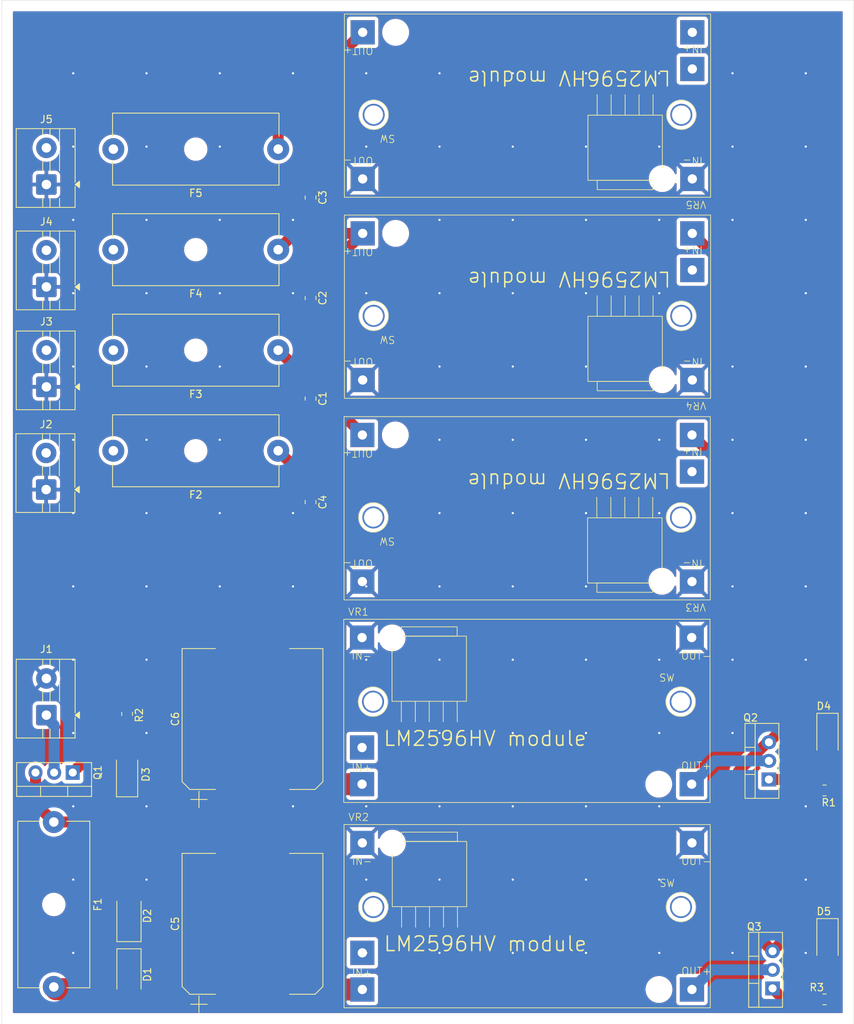
<source format=kicad_pcb>
(kicad_pcb (version 20241229) (generator "pcbnew") (generator_version "9.0")
  (layers (0 "F.Cu" signal) (2 "B.Cu" signal) (13 "F.Paste" user) (15 "B.Paste" user) (5 "F.SilkS" user "F.Silkscreen") (7 "B.SilkS" user "B.Silkscreen") (1 "F.Mask" user) (3 "B.Mask" user) (25 "Edge.Cuts" user))
  (net 0 "")
  (net 1 "+15V")
  (net 2 "GND")
  (net 3 "+12V")
  (net 4 "+5V")
  (net 5 "+24V")
  (net 6 "+BATT")
  (net 7 "Net-(D1-A1)")
  (net 8 "Net-(D3-K)")
  (net 9 "Net-(D3-A)")
  (net 10 "Net-(D4-A)")
  (net 11 "Net-(D5-A)")
  (net 12 "Net-(J2-Pin_2)")
  (net 13 "Net-(J3-Pin_2)")
  (net 14 "Net-(J4-Pin_2)")
  (net 15 "Net-(J5-Pin_2)")
  (net 16 "Net-(J1-Pin_1)")
  (net 17 "Net-(Q2-D)")
  (net 18 "Net-(Q3-D)")
  (footprint "Resistor_SMD:R_0805_2012Metric" (layer "F.Cu") (at 65.88 128.866 90)
    (property "Reference" "R2" (at -0.175 1.65 90) (layer "F.SilkS"))
    (property "Value" "100k")
    (pad "1" smd roundrect (at -0.9125 0 90) (size 1.025 1.4) (layers "F.Cu" "F.Mask" "F.Paste") (roundrect_rratio 0.243902) (net 9 "Net-(D3-A)"))
    (pad "2" smd roundrect (at 0.9125 0 90) (size 1.025 1.4) (layers "F.Cu" "F.Mask" "F.Paste") (roundrect_rratio 0.243902) (net 2 "GND"))
  )
  (footprint "Package_TO_SOT_THT:TO-220-3_Vertical" (layer "F.Cu") (at 153.5 137.812 90)
    (property "Reference" "Q2" (at 8.42 -2.5 180) (layer "F.SilkS"))
    (property "Value" "IRF4905")
    (pad "1" thru_hole rect (at 0 0 90) (size 1.905 2) (drill 1.1) (layers "*.Cu" "*.Mask") (net 10 "Net-(D4-A)"))
    (pad "2" thru_hole oval (at 2.54 0 90) (size 1.905 2) (drill 1.1) (layers "*.Cu" "*.Mask") (net 17 "Net-(Q2-D)"))
    (pad "3" thru_hole oval (at 5.08 0 90) (size 1.905 2) (drill 1.1) (layers "*.Cu" "*.Mask") (net 5 "+24V"))
  )
  (footprint "TerminalBlock:TerminalBlock_MaiXu_MX126-5.0-02P_1x02_P5.00mm" (layer "F.Cu") (at 54.864 84.248 90)
    (property "Reference" "J3" (at 8.89 0 180) (layer "F.SilkS"))
    (property "Value" "Jetson Out")
    (pad "1" thru_hole roundrect (at 0 0 90) (size 2.8 2.8) (drill 1.3) (layers "*.Cu" "*.Mask") (roundrect_rratio 0.089286) (net 2 "GND"))
    (pad "2" thru_hole circle (at 5 0 90) (size 2.8 2.8) (drill 1.3) (layers "*.Cu" "*.Mask") (net 13 "Net-(J3-Pin_2)"))
  )
  (footprint "Fuse:Fuseholder_Cylinder-5x20mm_Schurter_0031_8201_Horizontal_Open" (layer "F.Cu") (at 86.508 51.816 180)
    (property "Reference" "F5" (at 11.25 -6 0) (layer "F.SilkS"))
    (property "Value" "1A")
    (pad "" np_thru_hole circle (at 11.25 0 180) (size 2.7 2.7) (drill 2.7) (layers "*.Cu" "*.Mask"))
    (pad "1" thru_hole circle (at 0 0 180) (size 3 3) (drill 1.3) (layers "*.Cu" "*.Mask") (net 4 "+5V"))
    (pad "2" thru_hole circle (at 22.5 0 180) (size 3 3) (drill 1.3) (layers "*.Cu" "*.Mask") (net 15 "Net-(J5-Pin_2)"))
  )
  (footprint "TerminalBlock:TerminalBlock_MaiXu_MX126-5.0-02P_1x02_P5.00mm" (layer "F.Cu") (at 54.864 56.642 90)
    (property "Reference" "J5" (at 8.89 0 180) (layer "F.SilkS"))
    (property "Value" "RP2040 Out")
    (pad "1" thru_hole roundrect (at 0 0 90) (size 2.8 2.8) (drill 1.3) (layers "*.Cu" "*.Mask") (roundrect_rratio 0.089286) (net 2 "GND"))
    (pad "2" thru_hole circle (at 5 0 90) (size 2.8 2.8) (drill 1.3) (layers "*.Cu" "*.Mask") (net 15 "Net-(J5-Pin_2)"))
  )
  (footprint "Diode_SMD:Vishay_SMPA" (layer "F.Cu") (at 161.5 159.812 -90)
    (property "Reference" "D5" (at -4 0.5 180) (layer "F.SilkS"))
    (property "Value" "KDZV10B")
    (pad "1" smd roundrect (at -1.21 0 270) (size 3.1 2.2) (layers "F.Cu" "F.Mask" "F.Paste") (roundrect_rratio 0.1136363636) (net 5 "+24V"))
    (pad "2" smd roundrect (at 2.01 0 270) (size 1.5 1.52) (layers "F.Cu" "F.Mask" "F.Paste") (roundrect_rratio 0.1666666667) (net 11 "Net-(D5-A)"))
  )
  (footprint "TerminalBlock:TerminalBlock_MaiXu_MX126-5.0-02P_1x02_P5.00mm" (layer "F.Cu") (at 54.864 70.612 90)
    (property "Reference" "J4" (at 8.89 0 180) (layer "F.SilkS"))
    (property "Value" "Pump Out")
    (pad "1" thru_hole roundrect (at 0 0 90) (size 2.8 2.8) (drill 1.3) (layers "*.Cu" "*.Mask") (roundrect_rratio 0.089286) (net 2 "GND"))
    (pad "2" thru_hole circle (at 5 0 90) (size 2.8 2.8) (drill 1.3) (layers "*.Cu" "*.Mask") (net 14 "Net-(J4-Pin_2)"))
  )
  (footprint "Resistor_SMD:R_0805_2012Metric" (layer "F.Cu") (at 90.932 72.136 -90)
    (property "Reference" "C2" (at 0 -1.65 90) (layer "F.SilkS"))
    (property "Value" "100nF")
    (pad "1" smd roundrect (at -0.9125 0 270) (size 1.025 1.4) (layers "F.Cu" "F.Mask" "F.Paste") (roundrect_rratio 0.243902) (net 3 "+12V"))
    (pad "2" smd roundrect (at 0.9125 0 270) (size 1.025 1.4) (layers "F.Cu" "F.Mask" "F.Paste") (roundrect_rratio 0.243902) (net 2 "GND"))
  )
  (footprint "Resistor_SMD:R_0805_2012Metric" (layer "F.Cu") (at 90.932 85.852 -90)
    (property "Reference" "C1" (at 0 -1.65 90) (layer "F.SilkS"))
    (property "Value" "100nF")
    (pad "1" smd roundrect (at -0.9125 0 270) (size 1.025 1.4) (layers "F.Cu" "F.Mask" "F.Paste") (roundrect_rratio 0.243902) (net 1 "+15V"))
    (pad "2" smd roundrect (at 0.9125 0 270) (size 1.025 1.4) (layers "F.Cu" "F.Mask" "F.Paste") (roundrect_rratio 0.243902) (net 2 "GND"))
  )
  (footprint "Diode_SMD:Vishay_SMPA" (layer "F.Cu") (at 65.88 137.156 90)
    (property "Reference" "D3" (at 0.011 2.562 90) (layer "F.SilkS"))
    (property "Value" "KDZV36B")
    (pad "1" smd roundrect (at -1.21 0 90) (size 3.1 2.2) (layers "F.Cu" "F.Mask" "F.Paste") (roundrect_rratio 0.1136363636) (net 8 "Net-(D3-K)"))
    (pad "2" smd roundrect (at 2.01 0 90) (size 1.5 1.52) (layers "F.Cu" "F.Mask" "F.Paste") (roundrect_rratio 0.1666666667) (net 9 "Net-(D3-A)"))
  )
  (footprint "Capacitor_SMD:CP_Elec_18x17.5" (layer "F.Cu") (at 83 157.502 90)
    (property "Reference" "C5" (at 0 -10.55 90) (layer "F.SilkS"))
    (property "Value" "470u")
    (pad "1" smd roundrect (at -6.75 0 90) (size 8.8 9.6) (layers "F.Cu" "F.Mask" "F.Paste") (roundrect_rratio 0.028409) (net 6 "+BATT"))
    (pad "2" smd roundrect (at 6.75 0 90) (size 8.8 9.6) (layers "F.Cu" "F.Mask" "F.Paste") (roundrect_rratio 0.028409) (net 2 "GND"))
  )
  (footprint "Diode_SMD:D_SMA" (layer "F.Cu") (at 66.14 156.421 90)
    (property "Reference" "D2" (at 0 2.5 90) (layer "F.SilkS"))
    (property "Value" "SMAJ58A")
    (pad "1" smd roundrect (at -2 0 90) (size 2.5 1.8) (layers "F.Cu" "F.Mask" "F.Paste") (roundrect_rratio 0.1388888889) (net 7 "Net-(D1-A1)"))
    (pad "2" smd roundrect (at 2 0 90) (size 2.5 1.8) (layers "F.Cu" "F.Mask" "F.Paste") (roundrect_rratio 0.1388888889) (net 2 "GND"))
  )
  (footprint "Fuse:Fuseholder_Cylinder-5x20mm_Schurter_0031_8201_Horizontal_Open" (layer "F.Cu") (at 55.88 143.616 -90)
    (property "Reference" "F1" (at 11.25 -6 90) (layer "F.SilkS"))
    (property "Value" "8A")
    (pad "" np_thru_hole circle (at 11.25 0 270) (size 2.7 2.7) (drill 2.7) (layers "*.Cu" "*.Mask"))
    (pad "1" thru_hole circle (at 0 0 270) (size 3 3) (drill 1.3) (layers "*.Cu" "*.Mask") (net 8 "Net-(D3-K)"))
    (pad "2" thru_hole circle (at 22.5 0 270) (size 3 3) (drill 1.3) (layers "*.Cu" "*.Mask") (net 6 "+BATT"))
  )
  (footprint "Resistor_SMD:R_0805_2012Metric" (layer "F.Cu") (at 90.932 99.9725 -90)
    (property "Reference" "C4" (at 0 -1.65 90) (layer "F.SilkS"))
    (property "Value" "100nF")
    (pad "1" smd roundrect (at -0.9125 0 270) (size 1.025 1.4) (layers "F.Cu" "F.Mask" "F.Paste") (roundrect_rratio 0.243902) (net 5 "+24V"))
    (pad "2" smd roundrect (at 0.9125 0 270) (size 1.025 1.4) (layers "F.Cu" "F.Mask" "F.Paste") (roundrect_rratio 0.243902) (net 2 "GND"))
  )
  (footprint "Fuse:Fuseholder_Cylinder-5x20mm_Schurter_0031_8201_Horizontal_Open" (layer "F.Cu") (at 86.508 92.964 180)
    (property "Reference" "F2" (at 11.25 -6 0) (layer "F.SilkS"))
    (property "Value" "6A")
    (pad "" np_thru_hole circle (at 11.25 0 180) (size 2.7 2.7) (drill 2.7) (layers "*.Cu" "*.Mask"))
    (pad "1" thru_hole circle (at 0 0 180) (size 3 3) (drill 1.3) (layers "*.Cu" "*.Mask") (net 5 "+24V"))
    (pad "2" thru_hole circle (at 22.5 0 180) (size 3 3) (drill 1.3) (layers "*.Cu" "*.Mask") (net 12 "Net-(J2-Pin_2)"))
  )
  (footprint "Resistor_SMD:R_0805_2012Metric" (layer "F.Cu") (at 161.0875 167.812)
    (property "Reference" "R3" (at -1.0515 -1.632 180) (layer "F.SilkS"))
    (property "Value" "100k")
    (pad "1" smd roundrect (at -0.9125 0) (size 1.025 1.4) (layers "F.Cu" "F.Mask" "F.Paste") (roundrect_rratio 0.243902) (net 11 "Net-(D5-A)"))
    (pad "2" smd roundrect (at 0.9125 0) (size 1.025 1.4) (layers "F.Cu" "F.Mask" "F.Paste") (roundrect_rratio 0.243902) (net 2 "GND"))
  )
  (footprint "TerminalBlock:TerminalBlock_MaiXu_MX126-5.0-02P_1x02_P5.00mm" (layer "F.Cu") (at 54.864 129.032 90)
    (property "Reference" "J1" (at 9 0 0) (layer "F.SilkS"))
    (property "Value" "Input")
    (pad "1" thru_hole roundrect (at 0 0 90) (size 2.8 2.8) (drill 1.3) (layers "*.Cu" "*.Mask") (roundrect_rratio 0.089286) (net 16 "Net-(J1-Pin_1)"))
    (pad "2" thru_hole circle (at 5 0 90) (size 2.8 2.8) (drill 1.3) (layers "*.Cu" "*.Mask") (net 2 "GND"))
  )
  (footprint "Resistor_SMD:R_0805_2012Metric" (layer "F.Cu") (at 90.932 58.42 -90)
    (property "Reference" "C3" (at 0 -1.65 90) (layer "F.SilkS"))
    (property "Value" "100nF")
    (pad "1" smd roundrect (at -0.9125 0 270) (size 1.025 1.4) (layers "F.Cu" "F.Mask" "F.Paste") (roundrect_rratio 0.243902) (net 4 "+5V"))
    (pad "2" smd roundrect (at 0.9125 0 270) (size 1.025 1.4) (layers "F.Cu" "F.Mask" "F.Paste") (roundrect_rratio 0.243902) (net 2 "GND"))
  )
  (footprint "Package_TO_SOT_THT:TO-220-3_Vertical" (layer "F.Cu") (at 154 166.312 90)
    (property "Reference" "Q3" (at 8.42 -2.5 180) (layer "F.SilkS"))
    (property "Value" "IRF4905")
    (pad "1" thru_hole rect (at 0 0 90) (size 1.905 2) (drill 1.1) (layers "*.Cu" "*.Mask") (net 11 "Net-(D5-A)"))
    (pad "2" thru_hole oval (at 2.54 0 90) (size 1.905 2) (drill 1.1) (layers "*.Cu" "*.Mask") (net 18 "Net-(Q3-D)"))
    (pad "3" thru_hole oval (at 5.08 0 90) (size 1.905 2) (drill 1.1) (layers "*.Cu" "*.Mask") (net 5 "+24V"))
  )
  (footprint "SMAKN:Module_SMAKN_LM2596HV" (layer "F.Cu") (at 119.544 73.312 180)
    (property "Reference" "VR4" (at -24 -13.5 180) (layer "F.SilkS") (effects (font (thickness 0.1))))
    (property "Value" "12V")
    (fp_text user "IN-" (at -25 -7.5 180) (layer "F.SilkS") (effects (font (thickness 0.1)) (justify left)))
    (fp_text user "LM2596HV module" (at -6.71 3.775 180) (layer "F.SilkS") (effects (font (size 2 2) (thickness 0.2))))
    (fp_text user "IN+" (at -25 7.75 180) (layer "F.SilkS") (effects (font (thickness 0.1)) (justify left)))
    (fp_text user "OUT+" (at 20 7.5 180) (layer "F.SilkS") (effects (font (thickness 0.1)) (justify left)))
    (fp_text user "OUT-" (at 20 -7.5 180) (layer "F.SilkS") (effects (font (thickness 0.1)) (justify left)))
    (fp_text user "SW" (at 17 -4.5 180) (layer "F.SilkS") (effects (font (thickness 0.1)) (justify left)))
    (pad "" np_thru_hole circle (at -22 -1.25 180) (size 3 3) (drill 2.54) (layers "*.Cu" "*.Mask"))
    (pad "" np_thru_hole circle (at -19.396 -9.96 180) (size 3 3) (drill 3.18) (layers "*.Cu" "*.Mask"))
    (pad "" np_thru_hole circle (at 17 10 180) (size 3 3) (drill 3.18) (layers "*.Cu" "*.Mask"))
    (pad "" np_thru_hole circle (at 20 -1.25 180) (size 3 3) (drill 2.54) (layers "*.Cu" "*.Mask"))
    (pad "1" thru_hole rect (at -23.5 10 180) (size 3.302 3.302) (drill 1.27) (layers "*.Cu" "*.Mask") (net 5 "+24V"))
    (pad "2" thru_hole rect (at -23.5 -10 180) (size 3.302 3.302) (drill 1.27) (layers "*.Cu" "*.Mask") (net 2 "GND"))
    (pad "3" thru_hole rect (at 21.5 -10 270) (size 3.302 3.302) (drill 1.27) (layers "*.Cu" "*.Mask") (net 2 "GND"))
    (pad "4" thru_hole rect (at 21.5 10 180) (size 3.302 3.302) (drill 1.27) (layers "*.Cu" "*.Mask") (net 3 "+12V"))
    (pad "5" thru_hole rect (at -23.5 5 180) (size 3.302 3.302) (drill 1.27) (layers "*.Cu" "*.Mask"))
  )
  (footprint "Diode_SMD:D_SMA" (layer "F.Cu") (at 66.14 164.421 -90)
    (property "Reference" "D1" (at 0 -2.5 90) (layer "F.SilkS"))
    (property "Value" "SMAJ58A")
    (pad "1" smd roundrect (at -2 0 270) (size 2.5 1.8) (layers "F.Cu" "F.Mask" "F.Paste") (roundrect_rratio 0.1388888889) (net 7 "Net-(D1-A1)"))
    (pad "2" smd roundrect (at 2 0 270) (size 2.5 1.8) (layers "F.Cu" "F.Mask" "F.Paste") (roundrect_rratio 0.1388888889) (net 6 "+BATT"))
  )
  (footprint "SMAKN:Module_SMAKN_LM2596HV" (layer "F.Cu") (at 119.5 100.812 180)
    (property "Reference" "VR3" (at -24 -13.5 180) (layer "F.SilkS") (effects (font (thickness 0.1))))
    (property "Value" "15V")
    (fp_text user "SW" (at 17 -4.5 180) (layer "F.SilkS") (effects (font (thickness 0.1)) (justify left)))
    (fp_text user "OUT-" (at 20 -7.5 180) (layer "F.SilkS") (effects (font (thickness 0.1)) (justify left)))
    (fp_text user "OUT+" (at 20 7.5 180) (layer "F.SilkS") (effects (font (thickness 0.1)) (justify left)))
    (fp_text user "LM2596HV module" (at -6.71 3.775 180) (layer "F.SilkS") (effects (font (size 2 2) (thickness 0.2))))
    (fp_text user "IN+" (at -25 7.75 180) (layer "F.SilkS") (effects (font (thickness 0.1)) (justify left)))
    (fp_text user "IN-" (at -25 -7.5 180) (layer "F.SilkS") (effects (font (thickness 0.1)) (justify left)))
    (pad "" np_thru_hole circle (at -22 -1.25 180) (size 3 3) (drill 2.54) (layers "*.Cu" "*.Mask"))
    (pad "" np_thru_hole circle (at -19.396 -9.96 180) (size 3 3) (drill 3.18) (layers "*.Cu" "*.Mask"))
    (pad "" np_thru_hole circle (at 17 10 180) (size 3 3) (drill 3.18) (layers "*.Cu" "*.Mask"))
    (pad "" np_thru_hole circle (at 20 -1.25 180) (size 3 3) (drill 2.54) (layers "*.Cu" "*.Mask"))
    (pad "1" thru_hole rect (at -23.5 10 180) (size 3.302 3.302) (drill 1.27) (layers "*.Cu" "*.Mask") (net 5 "+24V"))
    (pad "2" thru_hole rect (at -23.5 -10 180) (size 3.302 3.302) (drill 1.27) (layers "*.Cu" "*.Mask") (net 2 "GND"))
    (pad "3" thru_hole rect (at 21.5 -10 270) (size 3.302 3.302) (drill 1.27) (layers "*.Cu" "*.Mask") (net 2 "GND"))
    (pad "4" thru_hole rect (at 21.5 10 180) (size 3.302 3.302) (drill 1.27) (layers "*.Cu" "*.Mask") (net 1 "+15V"))
    (pad "5" thru_hole rect (at -23.5 5 180) (size 3.302 3.302) (drill 1.27) (layers "*.Cu" "*.Mask"))
  )
  (footprint "Fuse:Fuseholder_Cylinder-5x20mm_Schurter_0031_8201_Horizontal_Open" (layer "F.Cu") (at 86.508 65.532 180)
    (property "Reference" "F4" (at 11.25 -6 0) (layer "F.SilkS"))
    (property "Value" "2A")
    (pad "" np_thru_hole circle (at 11.25 0 180) (size 2.7 2.7) (drill 2.7) (layers "*.Cu" "*.Mask"))
    (pad "1" thru_hole circle (at 0 0 180) (size 3 3) (drill 1.3) (layers "*.Cu" "*.Mask") (net 3 "+12V"))
    (pad "2" thru_hole circle (at 22.5 0 180) (size 3 3) (drill 1.3) (layers "*.Cu" "*.Mask") (net 14 "Net-(J4-Pin_2)"))
  )
  (footprint "SMAKN:Module_SMAKN_LM2596HV" (layer "F.Cu") (at 121.496 156.462)
    (property "Reference" "VR2" (at -24 -13.5 0) (layer "F.SilkS") (effects (font (thickness 0.1))))
    (property "Value" "25V")
    (fp_text user "OUT+" (at 20 7.5 0) (layer "F.SilkS") (effects (font (thickness 0.1)) (justify left)))
    (fp_text user "OUT-" (at 20 -7.5 0) (layer "F.SilkS") (effects (font (thickness 0.1)) (justify left)))
    (fp_text user "IN+" (at -25 7.75 0) (layer "F.SilkS") (effects (font (thickness 0.1)) (justify left)))
    (fp_text user "LM2596HV module" (at -6.71 3.775 0) (layer "F.SilkS") (effects (font (size 2 2) (thickness 0.2))))
    (fp_text user "SW" (at 17 -4.5 0) (layer "F.SilkS") (effects (font (thickness 0.1)) (justify left)))
    (fp_text user "IN-" (at -25 -7.5 0) (layer "F.SilkS") (effects (font (thickness 0.1)) (justify left)))
    (pad "" np_thru_hole circle (at -22 -1.25) (size 3 3) (drill 2.54) (layers "*.Cu" "*.Mask"))
    (pad "" np_thru_hole circle (at -19.396 -9.96) (size 3 3) (drill 3.18) (layers "*.Cu" "*.Mask"))
    (pad "" np_thru_hole circle (at 17 10) (size 3 3) (drill 3.18) (layers "*.Cu" "*.Mask"))
    (pad "" np_thru_hole circle (at 20 -1.25) (size 3 3) (drill 2.54) (layers "*.Cu" "*.Mask"))
    (pad "1" thru_hole rect (at -23.5 10) (size 3.302 3.302) (drill 1.27) (layers "*.Cu" "*.Mask") (net 6 "+BATT"))
    (pad "2" thru_hole rect (at -23.5 -10) (size 3.302 3.302) (drill 1.27) (layers "*.Cu" "*.Mask") (net 2 "GND"))
    (pad "3" thru_hole rect (at 21.5 -10 90) (size 3.302 3.302) (drill 1.27) (layers "*.Cu" "*.Mask") (net 2 "GND"))
    (pad "4" thru_hole rect (at 21.5 10) (size 3.302 3.302) (drill 1.27) (layers "*.Cu" "*.Mask") (net 18 "Net-(Q3-D)"))
    (pad "5" thru_hole rect (at -23.5 5) (size 3.302 3.302) (drill 1.27) (layers "*.Cu" "*.Mask"))
  )
  (footprint "Capacitor_SMD:CP_Elec_18x17.5" (layer "F.Cu") (at 83 129.562 90)
    (property "Reference" "C6" (at 0 -10.55 90) (layer "F.SilkS"))
    (property "Value" "470u")
    (pad "1" smd roundrect (at -6.75 0 90) (size 8.8 9.6) (layers "F.Cu" "F.Mask" "F.Paste") (roundrect_rratio 0.028409) (net 6 "+BATT"))
    (pad "2" smd roundrect (at 6.75 0 90) (size 8.8 9.6) (layers "F.Cu" "F.Mask" "F.Paste") (roundrect_rratio 0.028409) (net 2 "GND"))
  )
  (footprint "Resistor_SMD:R_0805_2012Metric" (layer "F.Cu") (at 161.0875 139.312)
    (property "Reference" "R1" (at 0.5875 1.65 0) (layer "F.SilkS"))
    (property "Value" "100k")
    (pad "1" smd roundrect (at -0.9125 0) (size 1.025 1.4) (layers "F.Cu" "F.Mask" "F.Paste") (roundrect_rratio 0.243902) (net 10 "Net-(D4-A)"))
    (pad "2" smd roundrect (at 0.9125 0) (size 1.025 1.4) (layers "F.Cu" "F.Mask" "F.Paste") (roundrect_rratio 0.243902) (net 2 "GND"))
  )
  (footprint "SMAKN:Module_SMAKN_LM2596HV" (layer "F.Cu") (at 121.46 128.452)
    (property "Reference" "VR1" (at -24 -13.5 0) (layer "F.SilkS") (effects (font (thickness 0.1))))
    (property "Value" "25V")
    (fp_text user "IN-" (at -25 -7.5 0) (layer "F.SilkS") (effects (font (thickness 0.1)) (justify left)))
    (fp_text user "OUT-" (at 20 -7.5 0) (layer "F.SilkS") (effects (font (thickness 0.1)) (justify left)))
    (fp_text user "IN+" (at -25 7.75 0) (layer "F.SilkS") (effects (font (thickness 0.1)) (justify left)))
    (fp_text user "SW" (at 17 -4.5 0) (layer "F.SilkS") (effects (font (thickness 0.1)) (justify left)))
    (fp_text user "LM2596HV module" (at -6.71 3.775 0) (layer "F.SilkS") (effects (font (size 2 2) (thickness 0.2))))
    (fp_text user "OUT+" (at 20 7.5 0) (layer "F.SilkS") (effects (font (thickness 0.1)) (justify left)))
    (pad "" np_thru_hole circle (at -22 -1.25) (size 3 3) (drill 2.54) (layers "*.Cu" "*.Mask"))
    (pad "" np_thru_hole circle (at -19.396 -9.96) (size 3 3) (drill 3.18) (layers "*.Cu" "*.Mask"))
    (pad "" np_thru_hole circle (at 17 10) (size 3 3) (drill 3.18) (layers "*.Cu" "*.Mask"))
    (pad "" np_thru_hole circle (at 20 -1.25) (size 3 3) (drill 2.54) (layers "*.Cu" "*.Mask"))
    (pad "1" thru_hole rect (at -23.5 10) (size 3.302 3.302) (drill 1.27) (layers "*.Cu" "*.Mask") (net 6 "+BATT"))
    (pad "2" thru_hole rect (at -23.5 -10) (size 3.302 3.302) (drill 1.27) (layers "*.Cu" "*.Mask") (net 2 "GND"))
    (pad "3" thru_hole rect (at 21.5 -10 90) (size 3.302 3.302) (drill 1.27) (layers "*.Cu" "*.Mask") (net 2 "GND"))
    (pad "4" thru_hole rect (at 21.5 10) (size 3.302 3.302) (drill 1.27) (layers "*.Cu" "*.Mask") (net 17 "Net-(Q2-D)"))
    (pad "5" thru_hole rect (at -23.5 5) (size 3.302 3.302) (drill 1.27) (layers "*.Cu" "*.Mask"))
  )
  (footprint "Fuse:Fuseholder_Cylinder-5x20mm_Schurter_0031_8201_Horizontal_Open" (layer "F.Cu") (at 86.508 79.248 180)
    (property "Reference" "F3" (at 11.25 -6 0) (layer "F.SilkS"))
    (property "Value" "6A")
    (pad "" np_thru_hole circle (at 11.25 0 180) (size 2.7 2.7) (drill 2.7) (layers "*.Cu" "*.Mask"))
    (pad "1" thru_hole circle (at 0 0 180) (size 3 3) (drill 1.3) (layers "*.Cu" "*.Mask") (net 1 "+15V"))
    (pad "2" thru_hole circle (at 22.5 0 180) (size 3 3) (drill 1.3) (layers "*.Cu" "*.Mask") (net 13 "Net-(J3-Pin_2)"))
  )
  (footprint "SMAKN:Module_SMAKN_LM2596HV" (layer "F.Cu") (at 119.544 45.88 180)
    (property "Reference" "VR5" (at -24 -13.5 180) (layer "F.SilkS") (effects (font (thickness 0.1))))
    (property "Value" "5V")
    (fp_text user "IN-" (at -25 -7.5 180) (layer "F.SilkS") (effects (font (thickness 0.1)) (justify left)))
    (fp_text user "OUT+" (at 20 7.5 180) (layer "F.SilkS") (effects (font (thickness 0.1)) (justify left)))
    (fp_text user "LM2596HV module" (at -6.71 3.775 180) (layer "F.SilkS") (effects (font (size 2 2) (thickness 0.2))))
    (fp_text user "SW" (at 17 -4.5 180) (layer "F.SilkS") (effects (font (thickness 0.1)) (justify left)))
    (fp_text user "OUT-" (at 20 -7.5 180) (layer "F.SilkS") (effects (font (thickness 0.1)) (justify left)))
    (fp_text user "IN+" (at -25 7.75 180) (layer "F.SilkS") (effects (font (thickness 0.1)) (justify left)))
    (pad "" np_thru_hole circle (at -22 -1.25 180) (size 3 3) (drill 2.54) (layers "*.Cu" "*.Mask"))
    (pad "" np_thru_hole circle (at -19.396 -9.96 180) (size 3 3) (drill 3.18) (layers "*.Cu" "*.Mask"))
    (pad "" np_thru_hole circle (at 17 10 180) (size 3 3) (drill 3.18) (layers "*.Cu" "*.Mask"))
    (pad "" np_thru_hole circle (at 20 -1.25 180) (size 3 3) (drill 2.54) (layers "*.Cu" "*.Mask"))
    (pad "1" thru_hole rect (at -23.5 10 180) (size 3.302 3.302) (drill 1.27) (layers "*.Cu" "*.Mask") (net 5 "+24V"))
    (pad "2" thru_hole rect (at -23.5 -10 180) (size 3.302 3.302) (drill 1.27) (layers "*.Cu" "*.Mask") (net 2 "GND"))
    (pad "3" thru_hole rect (at 21.5 -10 270) (size 3.302 3.302) (drill 1.27) (layers "*.Cu" "*.Mask") (net 2 "GND"))
    (pad "4" thru_hole rect (at 21.5 10 180) (size 3.302 3.302) (drill 1.27) (layers "*.Cu" "*.Mask") (net 4 "+5V"))
    (pad "5" thru_hole rect (at -23.5 5 180) (size 3.302 3.302) (drill 1.27) (layers "*.Cu" "*.Mask"))
  )
  (footprint "Diode_SMD:Vishay_SMPA" (layer "F.Cu") (at 161.5 131.802 -90)
    (property "Reference" "D4" (at -4 0.5 0) (layer "F.SilkS"))
    (property "Value" "KDZV10B")
    (pad "1" smd roundrect (at -1.21 0 270) (size 3.1 2.2) (layers "F.Cu" "F.Mask" "F.Paste") (roundrect_rratio 0.1136363636) (net 5 "+24V"))
    (pad "2" smd roundrect (at 2.01 0 270) (size 1.5 1.52) (layers "F.Cu" "F.Mask" "F.Paste") (roundrect_rratio 0.1666666667) (net 10 "Net-(D4-A)"))
  )
  (footprint "Package_TO_SOT_THT:TO-220-3_Vertical" (layer "F.Cu") (at 58.46 136.866 180)
    (property "Reference" "Q1" (at -3.42 0 90) (layer "F.SilkS"))
    (property "Value" "IRF4905")
    (pad "1" thru_hole rect (at 0 0 180) (size 1.905 2) (drill 1.1) (layers "*.Cu" "*.Mask") (net 9 "Net-(D3-A)"))
    (pad "2" thru_hole oval (at 2.54 0 180) (size 1.905 2) (drill 1.1) (layers "*.Cu" "*.Mask") (net 16 "Net-(J1-Pin_1)"))
    (pad "3" thru_hole oval (at 5.08 0 180) (size 1.905 2) (drill 1.1) (layers "*.Cu" "*.Mask") (net 8 "Net-(D3-K)"))
  )
  (footprint "TerminalBlock:TerminalBlock_MaiXu_MX126-5.0-02P_1x02_P5.00mm" (layer "F.Cu") (at 54.8315 98.262 90)
    (property "Reference" "J2" (at 8.89 0 180) (layer "F.SilkS"))
    (property "Value" "Motor Out")
    (pad "1" thru_hole roundrect (at 0 0 90) (size 2.8 2.8) (drill 1.3) (layers "*.Cu" "*.Mask") (roundrect_rratio 0.089286) (net 2 "GND"))
    (pad "2" thru_hole circle (at 5 0 90) (size 2.8 2.8) (drill 1.3) (layers "*.Cu" "*.Mask") (net 12 "Net-(J2-Pin_2)"))
  )
  (gr_rect (start 48.768 31.496) (end 165.1 171.196) (stroke (width 0.05)) (fill no) (layer "Edge.Cuts"))
  (segment (start 98 90.812) (end 98 90.74) (width 1.5) (layer "F.Cu") (net 1))
  (segment (start 98 90.74) (end 86.508 79.248) (width 1.5) (layer "F.Cu") (net 1))
  (via (at 98.53175 71.471) (size 0.6) (drill 0.3) (layers "F.Cu" "B.Cu") (net 2))
  (via (at 118.53175 161.471) (size 0.6) (drill 0.3) (layers "F.Cu" "B.Cu") (net 2))
  (via (at 138.53175 61.471) (size 0.6) (drill 0.3) (layers "F.Cu" "B.Cu") (net 2))
  (via (at 78.53175 61.471) (size 0.6) (drill 0.3) (layers "F.Cu" "B.Cu") (net 2))
  (via (at 118.53175 51.471) (size 0.6) (drill 0.3) (layers "F.Cu" "B.Cu") (net 2))
  (via (at 118.53175 141.471) (size 0.6) (drill 0.3) (layers "F.Cu" "B.Cu") (net 2))
  (via (at 68.53175 121.471) (size 0.6) (drill 0.3) (layers "F.Cu" "B.Cu") (net 2))
  (via (at 108.53175 41.471) (size 0.6) (drill 0.3) (layers "F.Cu" "B.Cu") (net 2))
  (via (at 98.53175 151.471) (size 0.6) (drill 0.3) (layers "F.Cu" "B.Cu") (net 2))
  (via (at 158.53175 111.471) (size 0.6) (drill 0.3) (layers "F.Cu" "B.Cu") (net 2))
  (via (at 98.53175 51.471) (size 0.6) (drill 0.3) (layers "F.Cu" "B.Cu") (net 2))
  (via (at 148.53175 131.471) (size 0.6) (drill 0.3) (layers "F.Cu" "B.Cu") (net 2))
  (via (at 158.53175 41.471) (size 0.6) (drill 0.3) (layers "F.Cu" "B.Cu") (net 2))
  (via (at 58.53175 51.471) (size 0.6) (drill 0.3) (layers "F.Cu" "B.Cu") (net 2))
  (via (at 58.53175 151.471) (size 0.6) (drill 0.3) (layers "F.Cu" "B.Cu") (net 2))
  (via (at 148.53175 101.471) (size 0.6) (drill 0.3) (layers "F.Cu" "B.Cu") (net 2))
  (via (at 58.53175 131.471) (size 0.6) (drill 0.3) (layers "F.Cu" "B.Cu") (net 2))
  (via (at 118.53175 71.471) (size 0.6) (drill 0.3) (layers "F.Cu" "B.Cu") (net 2))
  (via (at 128.53175 151.471) (size 0.6) (drill 0.3) (layers "F.Cu" "B.Cu") (net 2))
  (via (at 78.53175 111.471) (size 0.6) (drill 0.3) (layers "F.Cu" "B.Cu") (net 2))
  (via (at 68.53175 91.471) (size 0.6) (drill 0.3) (layers "F.Cu" "B.Cu") (net 2))
  (via (at 68.53175 101.471) (size 0.6) (drill 0.3) (layers "F.Cu" "B.Cu") (net 2))
  (via (at 78.53175 51.471) (size 0.6) (drill 0.3) (layers "F.Cu" "B.Cu") (net 2))
  (via (at 98.53175 41.471) (size 0.6) (drill 0.3) (layers "F.Cu" "B.Cu") (net 2))
  (via (at 158.53175 141.471) (size 0.6) (drill 0.3) (layers "F.Cu" "B.Cu") (net 2))
  (via (at 138.53175 71.471) (size 0.6) (drill 0.3) (layers "F.Cu" "B.Cu") (net 2))
  (via (at 58.53175 141.471) (size 0.6) (drill 0.3) (layers "F.Cu" "B.Cu") (net 2))
  (via (at 128.53175 61.471) (size 0.6) (drill 0.3) (layers "F.Cu" "B.Cu") (net 2))
  (via (at 108.53175 111.471) (size 0.6) (drill 0.3) (layers "F.Cu" "B.Cu") (net 2))
  (via (at 128.53175 41.471) (size 0.6) (drill 0.3) (layers "F.Cu" "B.Cu") (net 2))
  (via (at 158.53175 161.471) (size 0.6) (drill 0.3) (layers "F.Cu" "B.Cu") (net 2))
  (via (at 128.53175 141.471) (size 0.6) (drill 0.3) (layers "F.Cu" "B.Cu") (net 2))
  (via (at 138.53175 151.471) (size 0.6) (drill 0.3) (layers "F.Cu" "B.Cu") (net 2))
  (via (at 128.53175 161.471) (size 0.6) (drill 0.3) (layers "F.Cu" "B.Cu") (net 2))
  (via (at 108.53175 161.471) (size 0.6) (drill 0.3) (layers "F.Cu" "B.Cu") (net 2))
  (via (at 118.53175 131.471) (size 0.6) (drill 0.3) (layers "F.Cu" "B.Cu") (net 2))
  (via (at 148.53175 121.471) (size 0.6) (drill 0.3) (layers "F.Cu" "B.Cu") (net 2))
  (via (at 118.53175 111.471) (size 0.6) (drill 0.3) (layers "F.Cu" "B.Cu") (net 2))
  (via (at 128.53175 81.471) (size 0.6) (drill 0.3) (layers "F.Cu" "B.Cu") (net 2))
  (via (at 158.53175 151.471) (size 0.6) (drill 0.3) (layers "F.Cu" "B.Cu") (net 2))
  (via (at 68.53175 151.471) (size 0.6) (drill 0.3) (layers "F.Cu" "B.Cu") (net 2))
  (via (at 118.53175 91.471) (size 0.6) (drill 0.3) (layers "F.Cu" "B.Cu") (net 2))
  (via (at 108.53175 81.471) (size 0.6) (drill 0.3) (layers "F.Cu" "B.Cu") (net 2))
  (via (at 138.53175 101.471) (size 0.6) (drill 0.3) (layers "F.Cu" "B.Cu") (net 2))
  (via (at 128.53175 111.471) (size 0.6) (drill 0.3) (layers "F.Cu" "B.Cu") (net 2))
  (via (at 158.53175 61.471) (size 0.6) (drill 0.3) (layers "F.Cu" "B.Cu") (net 2))
  (via (at 138.53175 131.471) (size 0.6) (drill 0.3) (layers "F.Cu" "B.Cu") (net 2))
  (via (at 118.53175 101.471) (size 0.6) (drill 0.3) (layers "F.Cu" "B.Cu") (net 2))
  (via (at 148.53175 61.471) (size 0.6) (drill 0.3) (layers "F.Cu" "B.Cu") (net 2))
  (via (at 98.53175 111.471) (size 0.6) (drill 0.3) (layers "F.Cu" "B.Cu") (net 2))
  (via (at 78.53175 81.471) (size 0.6) (drill 0.3) (layers "F.Cu" "B.Cu") (net 2))
  (via (at 158.53175 121.471) (size 0.6) (drill 0.3) (layers "F.Cu" "B.Cu") (net 2))
  (via (at 128.53175 71.471) (size 0.6) (drill 0.3) (layers "F.Cu" "B.Cu") (net 2))
  (via (at 128.53175 91.471) (size 0.6) (drill 0.3) (layers "F.Cu" "B.Cu") (net 2))
  (via (at 148.53175 41.471) (size 0.6) (drill 0.3) (layers "F.Cu" "B.Cu") (net 2))
  (via (at 138.53175 91.471) (size 0.6) (drill 0.3) (layers "F.Cu" "B.Cu") (net 2))
  (via (at 118.53175 121.471) (size 0.6) (drill 0.3) (layers "F.Cu" "B.Cu") (net 2))
  (via (at 158.53175 81.471) (size 0.6) (drill 0.3) (layers "F.Cu" "B.Cu") (net 2))
  (via (at 88.53175 41.471) (size 0.6) (drill 0.3) (layers "F.Cu" "B.Cu") (net 2))
  (via (at 78.53175 101.471) (size 0.6) (drill 0.3) (layers "F.Cu" "B.Cu") (net 2))
  (via (at 148.53175 111.471) (size 0.6) (drill 0.3) (layers "F.Cu" "B.Cu") (net 2))
  (via (at 78.53175 91.471) (size 0.6) (drill 0.3) (layers "F.Cu" "B.Cu") (net 2))
  (via (at 108.53175 71.471) (size 0.6) (drill 0.3) (layers "F.Cu" "B.Cu") (net 2))
  (via (at 128.53175 131.471) (size 0.6) (drill 0.3) (layers "F.Cu" "B.Cu") (net 2))
  (via (at 138.53175 121.471) (size 0.6) (drill 0.3) (layers "F.Cu" "B.Cu") (net 2))
  (via (at 118.53175 81.471) (size 0.6) (drill 0.3) (layers "F.Cu" "B.Cu") (net 2))
  (via (at 98.53175 161.471) (size 0.6) (drill 0.3) (layers "F.Cu" "B.Cu") (net 2))
  (via (at 68.53175 131.471) (size 0.6) (drill 0.3) (layers "F.Cu" "B.Cu") (net 2))
  (via (at 108.53175 101.471) (size 0.6) (drill 0.3) (layers "F.Cu" "B.Cu") (net 2))
  (via (at 158.53175 71.471) (size 0.6) (drill 0.3) (layers "F.Cu" "B.Cu") (net 2))
  (via (at 128.53175 51.471) (size 0.6) (drill 0.3) (layers "F.Cu" "B.Cu") (net 2))
  (via (at 148.53175 81.471) (size 0.6) (drill 0.3) (layers "F.Cu" "B.Cu") (net 2))
  (via (at 58.53175 161.471) (size 0.6) (drill 0.3) (layers "F.Cu" "B.Cu") (net 2))
  (via (at 108.53175 51.471) (size 0.6) (drill 0.3) (layers "F.Cu" "B.Cu") (net 2))
  (via (at 88.53175 111.471) (size 0.6) (drill 0.3) (layers "F.Cu" "B.Cu") (net 2))
  (via (at 88.53175 71.471) (size 0.6) (drill 0.3) (layers "F.Cu" "B.Cu") (net 2))
  (via (at 58.53175 121.471) (size 0.6) (drill 0.3) (layers "F.Cu" "B.Cu") (net 2))
  (via (at 58.53175 71.471) (size 0.6) (drill 0.3) (layers "F.Cu" "B.Cu") (net 2))
  (via (at 98.53175 121.471) (size 0.6) (drill 0.3) (layers "F.Cu" "B.Cu") (net 2))
  (via (at 158.53175 101.471) (size 0.6) (drill 0.3) (layers "F.Cu" "B.Cu") (net 2))
  (via (at 98.53175 141.471) (size 0.6) (drill 0.3) (layers "F.Cu" "B.Cu") (net 2))
  (via (at 158.53175 91.471) (size 0.6) (drill 0.3) (layers "F.Cu" "B.Cu") (net 2))
  (via (at 68.53175 51.471) (size 0.6) (drill 0.3) (layers "F.Cu" "B.Cu") (net 2))
  (via (at 58.53175 111.471) (size 0.6) (drill 0.3) (layers "F.Cu" "B.Cu") (net 2))
  (via (at 148.53175 161.471) (size 0.6) (drill 0.3) (layers "F.Cu" "B.Cu") (net 2))
  (via (at 148.53175 91.471) (size 0.6) (drill 0.3) (layers "F.Cu" "B.Cu") (net 2))
  (via (at 58.53175 41.471) (size 0.6) (drill 0.3) (layers "F.Cu" "B.Cu") (net 2))
  (via (at 68.53175 61.471) (size 0.6) (drill 0.3) (layers "F.Cu" "B.Cu") (net 2))
  (via (at 108.53175 141.471) (size 0.6) (drill 0.3) (layers "F.Cu" "B.Cu") (net 2))
  (via (at 128.53175 121.471) (size 0.6) (drill 0.3) (layers "F.Cu" "B.Cu") (net 2))
  (via (at 88.53175 141.471) (size 0.6) (drill 0.3) (layers "F.Cu" "B.Cu") (net 2))
  (via (at 78.53175 71.471) (size 0.6) (drill 0.3) (layers "F.Cu" "B.Cu") (net 2))
  (via (at 68.53175 141.471) (size 0.6) (drill 0.3) (layers "F.Cu" "B.Cu") (net 2))
  (via (at 108.53175 131.471) (size 0.6) (drill 0.3) (layers "F.Cu" "B.Cu") (net 2))
  (via (at 118.53175 151.471) (size 0.6) (drill 0.3) (layers "F.Cu" "B.Cu") (net 2))
  (via (at 58.53175 91.471) (size 0.6) (drill 0.3) (layers "F.Cu" "B.Cu") (net 2))
  (via (at 128.53175 101.471) (size 0.6) (drill 0.3) (layers "F.Cu" "B.Cu") (net 2))
  (via (at 58.53175 101.471) (size 0.6) (drill 0.3) (layers "F.Cu" "B.Cu") (net 2))
  (via (at 58.53175 61.471) (size 0.6) (drill 0.3) (layers "F.Cu" "B.Cu") (net 2))
  (via (at 68.53175 71.471) (size 0.6) (drill 0.3) (layers "F.Cu" "B.Cu") (net 2))
  (via (at 108.53175 151.471) (size 0.6) (drill 0.3) (layers "F.Cu" "B.Cu") (net 2))
  (via (at 108.53175 61.471) (size 0.6) (drill 0.3) (layers "F.Cu" "B.Cu") (net 2))
  (via (at 158.53175 51.471) (size 0.6) (drill 0.3) (layers "F.Cu" "B.Cu") (net 2))
  (via (at 138.53175 161.471) (size 0.6) (drill 0.3) (layers "F.Cu" "B.Cu") (net 2))
  (via (at 88.53175 101.471) (size 0.6) (drill 0.3) (layers "F.Cu" "B.Cu") (net 2))
  (via (at 138.53175 41.471) (size 0.6) (drill 0.3) (layers "F.Cu" "B.Cu") (net 2))
  (via (at 148.53175 51.471) (size 0.6) (drill 0.3) (layers "F.Cu" "B.Cu") (net 2))
  (via (at 88.53175 61.471) (size 0.6) (drill 0.3) (layers "F.Cu" "B.Cu") (net 2))
  (via (at 58.53175 81.471) (size 0.6) (drill 0.3) (layers "F.Cu" "B.Cu") (net 2))
  (via (at 138.53175 51.471) (size 0.6) (drill 0.3) (layers "F.Cu" "B.Cu") (net 2))
  (via (at 108.53175 121.471) (size 0.6) (drill 0.3) (layers "F.Cu" "B.Cu") (net 2))
  (via (at 118.53175 41.471) (size 0.6) (drill 0.3) (layers "F.Cu" "B.Cu") (net 2))
  (via (at 118.53175 61.471) (size 0.6) (drill 0.3) (layers "F.Cu" "B.Cu") (net 2))
  (via (at 68.53175 111.471) (size 0.6) (drill 0.3) (layers "F.Cu" "B.Cu") (net 2))
  (via (at 138.53175 141.471) (size 0.6) (drill 0.3) (layers "F.Cu" "B.Cu") (net 2))
  (via (at 68.53175 81.471) (size 0.6) (drill 0.3) (layers "F.Cu" "B.Cu") (net 2))
  (via (at 78.53175 41.471) (size 0.6) (drill 0.3) (layers "F.Cu" "B.Cu") (net 2))
  (via (at 68.53175 41.471) (size 0.6) (drill 0.3) (layers "F.Cu" "B.Cu") (net 2))
  (via (at 108.53175 91.471) (size 0.6) (drill 0.3) (layers "F.Cu" "B.Cu") (net 2))
  (segment (start 98.044 63.312) (end 88.728 63.312) (width 1.5) (layer "F.Cu") (net 3))
  (segment (start 90.932 71.2235) (end 90.932 70.424) (width 1.5) (layer "F.Cu") (net 3))
  (segment (start 88.728 63.312) (end 86.508 65.532) (width 1.5) (layer "F.Cu") (net 3))
  (segment (start 90.932 70.424) (end 98.044 63.312) (width 1.5) (layer "F.Cu") (net 3))
  (segment (start 98.044 35.88) (end 90.932 42.992) (width 1.5) (layer "F.Cu") (net 4))
  (segment (start 86.508 51.816) (end 86.508 47.416) (width 1.5) (layer "F.Cu") (net 4))
  (segment (start 90.932 42.992) (end 90.932 57.5075) (width 1.5) (layer "F.Cu") (net 4))
  (segment (start 86.508 47.416) (end 98.044 35.88) (width 1.5) (layer "F.Cu") (net 4))
  (segment (start 155.64 130.592) (end 153.5 132.732) (width 1.5) (layer "F.Cu") (net 5))
  (segment (start 149.352 156.584) (end 149.352 136.680544) (width 1.5) (layer "F.Cu") (net 5))
  (segment (start 149.352 136.680544) (end 153.300544 132.732) (width 1.5) (layer "F.Cu") (net 5))
  (segment (start 155.64 75.908) (end 143.044 63.312) (width 1.5) (layer "F.Cu") (net 5))
  (segment (start 153.300544 132.732) (end 153.5 132.732) (width 1.5) (layer "F.Cu") (net 5))
  (segment (start 154 161.232) (end 149.352 156.584) (width 1.5) (layer "F.Cu") (net 5))
  (segment (start 149.352 156.584) (end 147.948 156.584) (width 1.5) (layer "F.Cu") (net 5))
  (segment (start 156.63 158.602) (end 154 161.232) (width 1.5) (layer "F.Cu") (net 5))
  (segment (start 155.64 130.592) (end 155.64 103.452) (width 1.5) (layer "F.Cu") (net 5))
  (segment (start 155.64 103.452) (end 155.64 75.908) (width 1.5) (layer "F.Cu") (net 5))
  (segment (start 105.091 111.547) (end 86.508 92.964) (width 1.5) (layer "F.Cu") (net 5))
  (segment (start 105.091 113.727) (end 105.091 111.547) (width 1.5) (layer "F.Cu") (net 5))
  (segment (start 155.64 103.452) (end 143 90.812) (width 1.5) (layer "F.Cu") (net 5))
  (segment (start 147.948 156.584) (end 105.091 113.727) (width 1.5) (layer "F.Cu") (net 5))
  (segment (start 161.5 158.602) (end 156.63 158.602) (width 1.5) (layer "F.Cu") (net 5))
  (segment (start 161.5 130.592) (end 155.64 130.592) (width 1.5) (layer "F.Cu") (net 5))
  (segment (start 83 136.312) (end 72.136 147.176) (width 3) (layer "F.Cu") (net 6))
  (segment (start 72.136 161.325) (end 67.04 166.421) (width 3) (layer "F.Cu") (net 6))
  (segment (start 85.14 138.452) (end 83 136.312) (width 3) (layer "F.Cu") (net 6))
  (segment (start 85.21 166.462) (end 83 164.252) (width 3) (layer "F.Cu") (net 6))
  (segment (start 72.136 147.176) (end 72.136 161.325) (width 3) (layer "F.Cu") (net 6))
  (segment (start 97.996 166.462) (end 85.21 166.462) (width 3) (layer "F.Cu") (net 6))
  (segment (start 66.14 166.421) (end 56.185 166.421) (width 3) (layer "F.Cu") (net 6))
  (segment (start 66.14 166.421) (end 80.831 166.421) (width 3) (layer "F.Cu") (net 6))
  (segment (start 80.831 166.421) (end 83 164.252) (width 3) (layer "F.Cu") (net 6))
  (segment (start 97.96 138.452) (end 85.14 138.452) (width 3) (layer "F.Cu") (net 6))
  (segment (start 67.04 166.421) (end 66.14 166.421) (width 3) (layer "F.Cu") (net 6))
  (segment (start 56.185 166.421) (end 55.88 166.116) (width 3) (layer "F.Cu") (net 6))
  (segment (start 66.14 158.421) (end 66.14 162.421) (width 0.5) (layer "F.Cu") (net 7))
  (segment (start 53.38 141.116) (end 55.88 143.616) (width 1.5) (layer "F.Cu") (net 8))
  (segment (start 60.63 143.616) (end 65.88 138.366) (width 1.5) (layer "F.Cu") (net 8))
  (segment (start 55.88 143.616) (end 60.63 143.616) (width 1.5) (layer "F.Cu") (net 8))
  (segment (start 53.38 136.866) (end 53.38 141.116) (width 1.5) (layer "F.Cu") (net 8))
  (segment (start 60.18 135.146) (end 58.46 136.866) (width 1.5) (layer "F.Cu") (net 9))
  (segment (start 65.88 135.146) (end 60.18 135.146) (width 1.5) (layer "F.Cu") (net 9))
  (segment (start 65.88 129.7785) (end 65.88 135.146) (width 1.5) (layer "F.Cu") (net 9))
  (segment (start 158.675 137.812) (end 160.175 139.312) (width 1.5) (layer "F.Cu") (net 10))
  (segment (start 160.175 135.137) (end 160.175 139.312) (width 1.5) (layer "F.Cu") (net 10))
  (segment (start 153.5 137.812) (end 158.675 137.812) (width 1.5) (layer "F.Cu") (net 10))
  (segment (start 161.5 133.812) (end 160.175 135.137) (width 1.5) (layer "F.Cu") (net 10))
  (segment (start 161.5 161.822) (end 160.175 163.147) (width 1.5) (layer "F.Cu") (net 11))
  (segment (start 160.175 167.812) (end 155.5 167.812) (width 1.5) (layer "F.Cu") (net 11))
  (segment (start 155.5 167.812) (end 154 166.312) (width 1.5) (layer "F.Cu") (net 11))
  (segment (start 160.175 163.147) (end 160.175 167.812) (width 1.5) (layer "F.Cu") (net 11))
  (segment (start 54.864 129.032) (end 54.864 129.35) (width 1.5) (layer "B.Cu") (net 16))
  (segment (start 54.864 129.35) (end 55.92 130.406) (width 1.5) (layer "B.Cu") (net 16))
  (segment (start 55.92 130.406) (end 55.92 136.866) (width 1.5) (layer "B.Cu") (net 16))
  (segment (start 142.96 138.452) (end 146.14 135.272) (width 1.5) (layer "B.Cu") (net 17))
  (segment (start 146.14 135.272) (end 153.5 135.272) (width 1.5) (layer "B.Cu") (net 17))
  (segment (start 142.996 166.462) (end 145.686 163.772) (width 1.5) (layer "B.Cu") (net 18))
  (segment (start 145.686 163.772) (end 154 163.772) (width 1.5) (layer "B.Cu") (net 18))
  (zone (net 2) (net_name "GND") (layers "F.Cu" "B.Cu") (connect_pads (clearance 0.5)) (min_thickness 0.25) (fill yes (thermal_gap 0.5) (thermal_bridge_width 0.5))
    (polygon (pts (xy 163.576 33.02) (xy 50.292 33.02) (xy 50.292 169.672) (xy 163.576 169.672)))
  )
)
</source>
